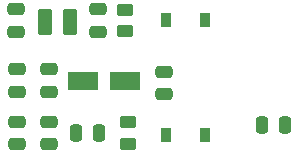
<source format=gtp>
G04 #@! TF.GenerationSoftware,KiCad,Pcbnew,6.0.9-8da3e8f707~116~ubuntu22.04.1*
G04 #@! TF.CreationDate,2022-11-15T15:38:02-07:00*
G04 #@! TF.ProjectId,Xiegu MiniMic,58696567-7520-44d6-996e-694d69632e6b,rev?*
G04 #@! TF.SameCoordinates,PX41672a0PY54efc64*
G04 #@! TF.FileFunction,Paste,Top*
G04 #@! TF.FilePolarity,Positive*
%FSLAX46Y46*%
G04 Gerber Fmt 4.6, Leading zero omitted, Abs format (unit mm)*
G04 Created by KiCad (PCBNEW 6.0.9-8da3e8f707~116~ubuntu22.04.1) date 2022-11-15 15:38:02*
%MOMM*%
%LPD*%
G01*
G04 APERTURE LIST*
G04 Aperture macros list*
%AMRoundRect*
0 Rectangle with rounded corners*
0 $1 Rounding radius*
0 $2 $3 $4 $5 $6 $7 $8 $9 X,Y pos of 4 corners*
0 Add a 4 corners polygon primitive as box body*
4,1,4,$2,$3,$4,$5,$6,$7,$8,$9,$2,$3,0*
0 Add four circle primitives for the rounded corners*
1,1,$1+$1,$2,$3*
1,1,$1+$1,$4,$5*
1,1,$1+$1,$6,$7*
1,1,$1+$1,$8,$9*
0 Add four rect primitives between the rounded corners*
20,1,$1+$1,$2,$3,$4,$5,0*
20,1,$1+$1,$4,$5,$6,$7,0*
20,1,$1+$1,$6,$7,$8,$9,0*
20,1,$1+$1,$8,$9,$2,$3,0*%
G04 Aperture macros list end*
%ADD10RoundRect,0.250000X-0.375000X-0.850000X0.375000X-0.850000X0.375000X0.850000X-0.375000X0.850000X0*%
%ADD11RoundRect,0.250000X-0.475000X0.250000X-0.475000X-0.250000X0.475000X-0.250000X0.475000X0.250000X0*%
%ADD12RoundRect,0.250000X0.450000X-0.262500X0.450000X0.262500X-0.450000X0.262500X-0.450000X-0.262500X0*%
%ADD13RoundRect,0.250000X0.250000X0.475000X-0.250000X0.475000X-0.250000X-0.475000X0.250000X-0.475000X0*%
%ADD14RoundRect,0.250000X0.475000X-0.250000X0.475000X0.250000X-0.475000X0.250000X-0.475000X-0.250000X0*%
%ADD15RoundRect,0.250000X-0.250000X-0.475000X0.250000X-0.475000X0.250000X0.475000X-0.250000X0.475000X0*%
%ADD16R,0.900000X1.200000*%
%ADD17RoundRect,0.250000X1.050000X0.550000X-1.050000X0.550000X-1.050000X-0.550000X1.050000X-0.550000X0*%
G04 APERTURE END LIST*
D10*
X21023000Y17840900D03*
X23173000Y17840900D03*
D11*
X25527000Y18917900D03*
X25527000Y17017900D03*
D12*
X27813000Y17055400D03*
X27813000Y18880400D03*
D13*
X25588000Y8442900D03*
X23688000Y8442900D03*
D11*
X21336000Y9392900D03*
X21336000Y7492900D03*
D14*
X31132000Y11750000D03*
X31132000Y13650000D03*
D11*
X18669000Y9392900D03*
X18669000Y7492900D03*
X18542000Y18917900D03*
X18542000Y17017900D03*
D15*
X39436000Y9144000D03*
X41336000Y9144000D03*
D11*
X18669000Y13837900D03*
X18669000Y11937900D03*
D16*
X34544000Y18034000D03*
X31244000Y18034000D03*
D11*
X21336000Y13837900D03*
X21336000Y11937900D03*
D12*
X28067000Y7530400D03*
X28067000Y9355400D03*
D16*
X34560000Y8315900D03*
X31260000Y8315900D03*
D17*
X27835000Y12887900D03*
X24235000Y12887900D03*
M02*

</source>
